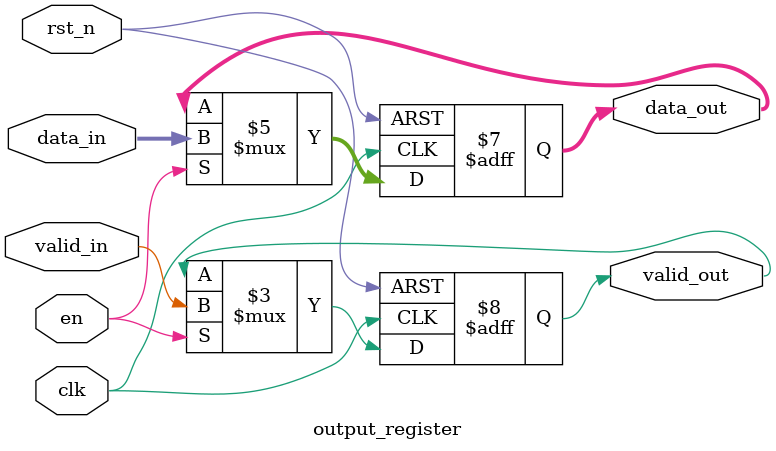
<source format=sv>
module gray_lut #(
    parameter DEPTH = 256, 
    parameter AW = 8
)(
    input wire clk,
    input wire rst_n,  // 添加复位信号
    input wire valid_in,  // 输入有效信号
    input wire [AW-1:0] addr,
    output wire [7:0] gray_out,
    output wire valid_out  // 输出有效信号
);
    // 流水线控制信号
    reg valid_stage1, valid_stage2;
    
    // 地址寄存器
    reg [AW-1:0] addr_stage1;
    
    // 流水线阶段1：地址寄存和有效信号传递
    always @(posedge clk or negedge rst_n) begin
        if (!rst_n) begin
            addr_stage1 <= {AW{1'b0}};
            valid_stage1 <= 1'b0;
        end else begin
            addr_stage1 <= addr;
            valid_stage1 <= valid_in;
        end
    end
    
    // 内部连线
    wire [7:0] lut_data;
    reg [7:0] lut_data_stage2;
    
    // 存储器子模块实例化
    memory_block #(
        .DEPTH(DEPTH),
        .AW(AW),
        .DW(8)
    ) memory_inst (
        .clk(clk),
        .addr(addr_stage1),
        .data_out(lut_data)
    );
    
    // 流水线阶段2：存储器数据寄存和有效信号传递
    always @(posedge clk or negedge rst_n) begin
        if (!rst_n) begin
            lut_data_stage2 <= 8'h0;
            valid_stage2 <= 1'b0;
        end else begin
            lut_data_stage2 <= lut_data;
            valid_stage2 <= valid_stage1;
        end
    end
    
    // 输出寄存器子模块实例化
    output_register output_reg_inst (
        .clk(clk),
        .rst_n(rst_n),
        .en(valid_stage2),
        .data_in(lut_data_stage2),
        .data_out(gray_out),
        .valid_in(valid_stage2),
        .valid_out(valid_out)
    );
    
endmodule

// 存储器子模块
module memory_block #(
    parameter DEPTH = 256,
    parameter AW = 8,
    parameter DW = 8
)(
    input wire clk,
    input wire [AW-1:0] addr,
    output wire [DW-1:0] data_out
);
    // 声明存储器
    reg [DW-1:0] mem [0:DEPTH-1];
    
    // 初始化存储器
    initial begin
        $readmemh("gray_table.hex", mem);
    end
    
    // 组合逻辑输出(不寄存，提高性能)
    assign data_out = mem[addr];
    
endmodule

// 输出寄存器子模块 - 增强版以支持流水线
module output_register (
    input wire clk,
    input wire rst_n,
    input wire en,
    input wire valid_in,
    input wire [7:0] data_in,
    output reg [7:0] data_out,
    output reg valid_out
);
    // 时序逻辑，当使能信号高时更新输出
    always @(posedge clk or negedge rst_n) begin
        if (!rst_n) begin
            data_out <= 8'h0;
            valid_out <= 1'b0;
        end else if (en) begin
            data_out <= data_in;
            valid_out <= valid_in;
        end
    end
    
endmodule
</source>
